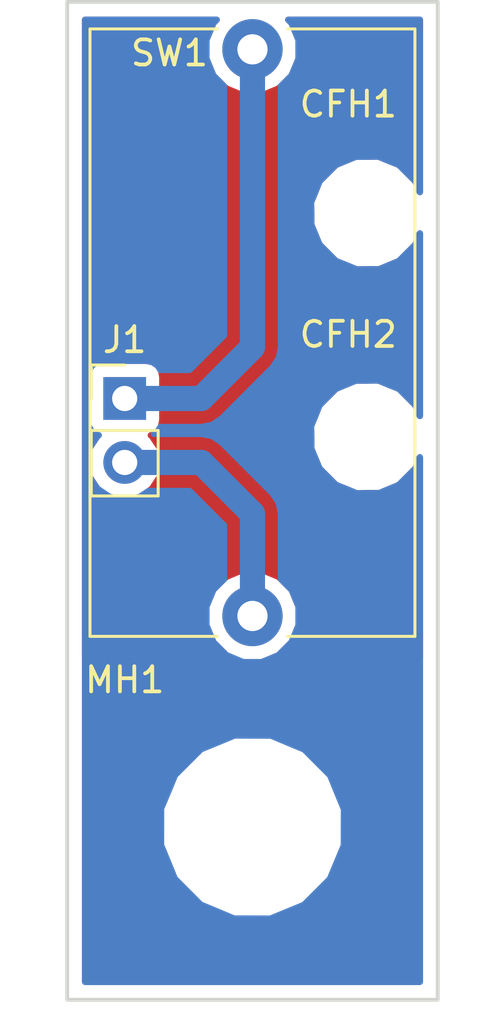
<source format=kicad_pcb>
(kicad_pcb (version 4) (host pcbnew 4.0.6)

  (general
    (links 2)
    (no_connects 0)
    (area 0 0 0 0)
    (thickness 1.6)
    (drawings 4)
    (tracks 6)
    (zones 0)
    (modules 5)
    (nets 3)
  )

  (page A4)
  (layers
    (0 F.Cu signal)
    (31 B.Cu signal)
    (32 B.Adhes user)
    (33 F.Adhes user)
    (34 B.Paste user)
    (35 F.Paste user)
    (36 B.SilkS user)
    (37 F.SilkS user)
    (38 B.Mask user)
    (39 F.Mask user)
    (40 Dwgs.User user)
    (41 Cmts.User user)
    (42 Eco1.User user)
    (43 Eco2.User user)
    (44 Edge.Cuts user)
    (45 Margin user)
    (46 B.CrtYd user)
    (47 F.CrtYd user)
    (48 B.Fab user)
    (49 F.Fab user)
  )

  (setup
    (last_trace_width 1)
    (trace_clearance 0.2)
    (zone_clearance 0.508)
    (zone_45_only no)
    (trace_min 0.2)
    (segment_width 0.2)
    (edge_width 0.15)
    (via_size 0.6)
    (via_drill 0.4)
    (via_min_size 0.4)
    (via_min_drill 0.3)
    (uvia_size 0.3)
    (uvia_drill 0.1)
    (uvias_allowed no)
    (uvia_min_size 0.2)
    (uvia_min_drill 0.1)
    (pcb_text_width 0.3)
    (pcb_text_size 1.5 1.5)
    (mod_edge_width 0.15)
    (mod_text_size 1 1)
    (mod_text_width 0.15)
    (pad_size 1.524 1.524)
    (pad_drill 0.762)
    (pad_to_mask_clearance 0.2)
    (aux_axis_origin 0 0)
    (visible_elements FFFEFF7F)
    (pcbplotparams
      (layerselection 0x00030_80000001)
      (usegerberextensions false)
      (excludeedgelayer true)
      (linewidth 0.100000)
      (plotframeref false)
      (viasonmask false)
      (mode 1)
      (useauxorigin false)
      (hpglpennumber 1)
      (hpglpenspeed 20)
      (hpglpendiameter 15)
      (hpglpenoverlay 2)
      (psnegative false)
      (psa4output false)
      (plotreference true)
      (plotvalue true)
      (plotinvisibletext false)
      (padsonsilk false)
      (subtractmaskfromsilk false)
      (outputformat 1)
      (mirror false)
      (drillshape 1)
      (scaleselection 1)
      (outputdirectory ""))
  )

  (net 0 "")
  (net 1 "Net-(J1-Pad1)")
  (net 2 "Net-(J1-Pad2)")

  (net_class Default "This is the default net class."
    (clearance 0.2)
    (trace_width 1)
    (via_dia 0.6)
    (via_drill 0.4)
    (uvia_dia 0.3)
    (uvia_drill 0.1)
    (add_net "Net-(J1-Pad1)")
    (add_net "Net-(J1-Pad2)")
  )

  (module Mounting_Holes:MountingHole_3.2mm_M3 (layer F.Cu) (tedit 59479BA4) (tstamp 594799A2)
    (at 159.258 75.946)
    (descr "Mounting Hole 3.2mm, no annular, M3")
    (tags "mounting hole 3.2mm no annular m3")
    (path /5947A96F)
    (fp_text reference CFH1 (at -0.762 -4.318) (layer F.SilkS)
      (effects (font (size 1 1) (thickness 0.15)))
    )
    (fp_text value CableFixation (at 0 4.2) (layer F.Fab)
      (effects (font (size 1 1) (thickness 0.15)))
    )
    (fp_circle (center 0 0) (end 3.2 0) (layer Cmts.User) (width 0.15))
    (fp_circle (center 0 0) (end 3.45 0) (layer F.CrtYd) (width 0.05))
    (pad 1 np_thru_hole circle (at 0 0) (size 3.2 3.2) (drill 3.2) (layers *.Cu *.Mask))
  )

  (module Mounting_Holes:MountingHole_3.2mm_M3 (layer F.Cu) (tedit 59479B9E) (tstamp 594799A7)
    (at 159.258 84.836)
    (descr "Mounting Hole 3.2mm, no annular, M3")
    (tags "mounting hole 3.2mm no annular m3")
    (path /5947A98E)
    (fp_text reference CFH2 (at -0.762 -4.064) (layer F.SilkS)
      (effects (font (size 1 1) (thickness 0.15)))
    )
    (fp_text value CableFixation (at 0 4.2) (layer F.Fab)
      (effects (font (size 1 1) (thickness 0.15)))
    )
    (fp_circle (center 0 0) (end 3.2 0) (layer Cmts.User) (width 0.15))
    (fp_circle (center 0 0) (end 3.45 0) (layer F.CrtYd) (width 0.05))
    (pad 1 np_thru_hole circle (at 0 0) (size 3.2 3.2) (drill 3.2) (layers *.Cu *.Mask))
  )

  (module Pin_Headers:Pin_Header_Straight_1x02_Pitch2.54mm (layer F.Cu) (tedit 58CD4EC1) (tstamp 594799AD)
    (at 149.606 83.312)
    (descr "Through hole straight pin header, 1x02, 2.54mm pitch, single row")
    (tags "Through hole pin header THT 1x02 2.54mm single row")
    (path /5947AAC0)
    (fp_text reference J1 (at 0 -2.33) (layer F.SilkS)
      (effects (font (size 1 1) (thickness 0.15)))
    )
    (fp_text value CONN_01X02 (at 0 4.87) (layer F.Fab)
      (effects (font (size 1 1) (thickness 0.15)))
    )
    (fp_line (start -1.27 -1.27) (end -1.27 3.81) (layer F.Fab) (width 0.1))
    (fp_line (start -1.27 3.81) (end 1.27 3.81) (layer F.Fab) (width 0.1))
    (fp_line (start 1.27 3.81) (end 1.27 -1.27) (layer F.Fab) (width 0.1))
    (fp_line (start 1.27 -1.27) (end -1.27 -1.27) (layer F.Fab) (width 0.1))
    (fp_line (start -1.33 1.27) (end -1.33 3.87) (layer F.SilkS) (width 0.12))
    (fp_line (start -1.33 3.87) (end 1.33 3.87) (layer F.SilkS) (width 0.12))
    (fp_line (start 1.33 3.87) (end 1.33 1.27) (layer F.SilkS) (width 0.12))
    (fp_line (start 1.33 1.27) (end -1.33 1.27) (layer F.SilkS) (width 0.12))
    (fp_line (start -1.33 0) (end -1.33 -1.33) (layer F.SilkS) (width 0.12))
    (fp_line (start -1.33 -1.33) (end 0 -1.33) (layer F.SilkS) (width 0.12))
    (fp_line (start -1.8 -1.8) (end -1.8 4.35) (layer F.CrtYd) (width 0.05))
    (fp_line (start -1.8 4.35) (end 1.8 4.35) (layer F.CrtYd) (width 0.05))
    (fp_line (start 1.8 4.35) (end 1.8 -1.8) (layer F.CrtYd) (width 0.05))
    (fp_line (start 1.8 -1.8) (end -1.8 -1.8) (layer F.CrtYd) (width 0.05))
    (fp_text user %R (at 0 -2.33) (layer F.Fab)
      (effects (font (size 1 1) (thickness 0.15)))
    )
    (pad 1 thru_hole rect (at 0 0) (size 1.7 1.7) (drill 1) (layers *.Cu *.Mask)
      (net 1 "Net-(J1-Pad1)"))
    (pad 2 thru_hole oval (at 0 2.54) (size 1.7 1.7) (drill 1) (layers *.Cu *.Mask)
      (net 2 "Net-(J1-Pad2)"))
    (model ${KISYS3DMOD}/Pin_Headers.3dshapes/Pin_Header_Straight_1x02_Pitch2.54mm.wrl
      (at (xyz 0 -0.05 0))
      (scale (xyz 1 1 1))
      (rotate (xyz 0 0 90))
    )
  )

  (module Mounting_Holes:MountingHole_6mm (layer F.Cu) (tedit 59479AA7) (tstamp 594799B2)
    (at 154.686 100.33)
    (descr "Mounting Hole 6mm, no annular")
    (tags "mounting hole 6mm no annular")
    (path /5947A938)
    (fp_text reference MH1 (at -5.08 -5.842) (layer F.SilkS)
      (effects (font (size 1 1) (thickness 0.15)))
    )
    (fp_text value "Mounting Hole" (at 0 7) (layer F.Fab)
      (effects (font (size 1 1) (thickness 0.15)))
    )
    (fp_circle (center 0 0) (end 6 0) (layer Cmts.User) (width 0.15))
    (fp_circle (center 0 0) (end 6.25 0) (layer F.CrtYd) (width 0.05))
    (pad 1 np_thru_hole circle (at 0 0) (size 6 6) (drill 6) (layers *.Cu *.Mask))
  )

  (module Capacitors_ThroughHole:C_Rect_L24.0mm_W12.8mm_P22.50mm_MKT (layer F.Cu) (tedit 59479AAE) (tstamp 594799B8)
    (at 154.686 91.948 90)
    (descr "C, Rect series, Radial, pin pitch=22.50mm, , length*width=24*12.8mm^2, Capacitor, https://en.tdk.eu/inf/20/20/db/fc_2009/MKT_B32560_564.pdf")
    (tags "C Rect series Radial pin pitch 22.50mm  length 24mm width 12.8mm Capacitor")
    (path /5947ADB5)
    (fp_text reference SW1 (at 22.352 -3.302 180) (layer F.SilkS)
      (effects (font (size 1 1) (thickness 0.15)))
    )
    (fp_text value "Reed Contact" (at 11.25 7.46 90) (layer F.Fab)
      (effects (font (size 1 1) (thickness 0.15)))
    )
    (fp_text user %R (at 11.25 0 90) (layer F.Fab)
      (effects (font (size 1 1) (thickness 0.15)))
    )
    (fp_line (start -0.75 -6.4) (end -0.75 6.4) (layer F.Fab) (width 0.1))
    (fp_line (start -0.75 6.4) (end 23.25 6.4) (layer F.Fab) (width 0.1))
    (fp_line (start 23.25 6.4) (end 23.25 -6.4) (layer F.Fab) (width 0.1))
    (fp_line (start 23.25 -6.4) (end -0.75 -6.4) (layer F.Fab) (width 0.1))
    (fp_line (start -0.81 -6.46) (end 23.31 -6.46) (layer F.SilkS) (width 0.12))
    (fp_line (start -0.81 6.46) (end 23.31 6.46) (layer F.SilkS) (width 0.12))
    (fp_line (start -0.81 -6.46) (end -0.81 -1.395) (layer F.SilkS) (width 0.12))
    (fp_line (start -0.81 1.395) (end -0.81 6.46) (layer F.SilkS) (width 0.12))
    (fp_line (start 23.31 -6.46) (end 23.31 -1.395) (layer F.SilkS) (width 0.12))
    (fp_line (start 23.31 1.395) (end 23.31 6.46) (layer F.SilkS) (width 0.12))
    (fp_line (start -1.45 -6.75) (end -1.45 6.75) (layer F.CrtYd) (width 0.05))
    (fp_line (start -1.45 6.75) (end 23.95 6.75) (layer F.CrtYd) (width 0.05))
    (fp_line (start 23.95 6.75) (end 23.95 -6.75) (layer F.CrtYd) (width 0.05))
    (fp_line (start 23.95 -6.75) (end -1.45 -6.75) (layer F.CrtYd) (width 0.05))
    (pad 1 thru_hole circle (at 0 0 90) (size 2.4 2.4) (drill 1.2) (layers *.Cu *.Mask)
      (net 2 "Net-(J1-Pad2)"))
    (pad 2 thru_hole circle (at 22.5 0 90) (size 2.4 2.4) (drill 1.2) (layers *.Cu *.Mask)
      (net 1 "Net-(J1-Pad1)"))
    (model ${KISYS3DMOD}/Capacitors_THT.3dshapes/C_Rect_L24.0mm_W12.8mm_P22.50mm_MKT.wrl
      (at (xyz 0 0 0))
      (scale (xyz 1 1 1))
      (rotate (xyz 0 0 0))
    )
  )

  (gr_line (start 162.052 107.188) (end 162.052 67.564) (angle 90) (layer Edge.Cuts) (width 0.15))
  (gr_line (start 147.32 107.188) (end 162.052 107.188) (angle 90) (layer Edge.Cuts) (width 0.15))
  (gr_line (start 147.32 67.564) (end 147.32 107.188) (angle 90) (layer Edge.Cuts) (width 0.15))
  (gr_line (start 162.052 67.564) (end 147.32 67.564) (angle 90) (layer Edge.Cuts) (width 0.15))

  (segment (start 154.686 69.448) (end 154.686 81.28) (width 1) (layer B.Cu) (net 1))
  (segment (start 152.654 83.312) (end 149.606 83.312) (width 1) (layer B.Cu) (net 1) (tstamp 59479BD6))
  (segment (start 154.686 81.28) (end 152.654 83.312) (width 1) (layer B.Cu) (net 1) (tstamp 59479BD0))
  (segment (start 149.606 85.852) (end 152.654 85.852) (width 1) (layer B.Cu) (net 2))
  (segment (start 154.686 87.884) (end 154.686 91.948) (width 1) (layer B.Cu) (net 2) (tstamp 59479BE4))
  (segment (start 152.654 85.852) (end 154.686 87.884) (width 1) (layer B.Cu) (net 2) (tstamp 59479BD9))

  (zone (net 0) (net_name "") (layer B.Cu) (tstamp 59479D45) (hatch edge 0.508)
    (connect_pads (clearance 0.508))
    (min_thickness 0.254)
    (fill yes (arc_segments 16) (thermal_gap 0.508) (thermal_bridge_width 0.508))
    (polygon
      (pts
        (xy 147.828 68.072) (xy 161.544 68.072) (xy 161.544 106.68) (xy 147.828 106.68) (xy 147.828 68.834)
      )
    )
    (filled_polygon
      (pts
        (xy 153.13127 68.407199) (xy 152.851319 69.081395) (xy 152.850682 69.811403) (xy 153.129455 70.486086) (xy 153.551 70.908367)
        (xy 153.551 80.809868) (xy 152.183868 82.177) (xy 151.027192 82.177) (xy 150.92009 82.010559) (xy 150.70789 81.865569)
        (xy 150.456 81.81456) (xy 148.756 81.81456) (xy 148.520683 81.858838) (xy 148.304559 81.99791) (xy 148.159569 82.21011)
        (xy 148.10856 82.462) (xy 148.10856 84.162) (xy 148.152838 84.397317) (xy 148.29191 84.613441) (xy 148.50411 84.758431)
        (xy 148.571541 84.772086) (xy 148.526853 84.801946) (xy 148.204946 85.283715) (xy 148.091907 85.852) (xy 148.204946 86.420285)
        (xy 148.526853 86.902054) (xy 149.008622 87.223961) (xy 149.576907 87.337) (xy 149.635093 87.337) (xy 150.203378 87.223961)
        (xy 150.558016 86.987) (xy 152.183868 86.987) (xy 153.551 88.354132) (xy 153.551 90.4882) (xy 153.13127 90.907199)
        (xy 152.851319 91.581395) (xy 152.850682 92.311403) (xy 153.129455 92.986086) (xy 153.645199 93.50273) (xy 154.319395 93.782681)
        (xy 155.049403 93.783318) (xy 155.724086 93.504545) (xy 156.24073 92.988801) (xy 156.520681 92.314605) (xy 156.521318 91.584597)
        (xy 156.242545 90.909914) (xy 155.821 90.487633) (xy 155.821 87.884) (xy 155.734603 87.449654) (xy 155.488566 87.081434)
        (xy 153.456566 85.049434) (xy 153.405937 85.015605) (xy 153.088346 84.803397) (xy 152.654 84.717) (xy 150.766163 84.717)
        (xy 150.907441 84.62609) (xy 151.029808 84.447) (xy 152.654 84.447) (xy 153.088346 84.360603) (xy 153.456566 84.114566)
        (xy 155.488566 82.082566) (xy 155.734603 81.714346) (xy 155.821 81.28) (xy 155.821 70.9078) (xy 156.24073 70.488801)
        (xy 156.520681 69.814605) (xy 156.521318 69.084597) (xy 156.242545 68.409914) (xy 156.106868 68.274) (xy 161.342 68.274)
        (xy 161.342 75.118523) (xy 161.17336 74.71139) (xy 161.164155 74.70658) (xy 161.153845 74.681628) (xy 160.525679 74.052364)
        (xy 160.497943 74.040847) (xy 160.49261 74.03064) (xy 160.097203 73.874446) (xy 159.704519 73.711389) (xy 159.684381 73.711371)
        (xy 159.665654 73.703974) (xy 159.240575 73.710984) (xy 158.815381 73.710613) (xy 158.79677 73.718303) (xy 158.776637 73.718635)
        (xy 158.02339 74.03064) (xy 158.01858 74.039845) (xy 157.993628 74.050155) (xy 157.364364 74.678321) (xy 157.352847 74.706057)
        (xy 157.34264 74.71139) (xy 157.186446 75.106797) (xy 157.023389 75.499481) (xy 157.023371 75.519619) (xy 157.015974 75.538346)
        (xy 157.022984 75.963425) (xy 157.022613 76.388619) (xy 157.030303 76.40723) (xy 157.030635 76.427363) (xy 157.34264 77.18061)
        (xy 157.351845 77.18542) (xy 157.362155 77.210372) (xy 157.990321 77.839636) (xy 158.018057 77.851153) (xy 158.02339 77.86136)
        (xy 158.418797 78.017554) (xy 158.811481 78.180611) (xy 158.831619 78.180629) (xy 158.850346 78.188026) (xy 159.275425 78.181016)
        (xy 159.700619 78.181387) (xy 159.71923 78.173697) (xy 159.739363 78.173365) (xy 160.49261 77.86136) (xy 160.49742 77.852155)
        (xy 160.522372 77.841845) (xy 161.151636 77.213679) (xy 161.163153 77.185943) (xy 161.17336 77.18061) (xy 161.329554 76.785203)
        (xy 161.342 76.755231) (xy 161.342 84.008523) (xy 161.17336 83.60139) (xy 161.164155 83.59658) (xy 161.153845 83.571628)
        (xy 160.525679 82.942364) (xy 160.497943 82.930847) (xy 160.49261 82.92064) (xy 160.097203 82.764446) (xy 159.704519 82.601389)
        (xy 159.684381 82.601371) (xy 159.665654 82.593974) (xy 159.240575 82.600984) (xy 158.815381 82.600613) (xy 158.79677 82.608303)
        (xy 158.776637 82.608635) (xy 158.02339 82.92064) (xy 158.01858 82.929845) (xy 157.993628 82.940155) (xy 157.364364 83.568321)
        (xy 157.352847 83.596057) (xy 157.34264 83.60139) (xy 157.186446 83.996797) (xy 157.023389 84.389481) (xy 157.023371 84.409619)
        (xy 157.015974 84.428346) (xy 157.022984 84.853425) (xy 157.022613 85.278619) (xy 157.030303 85.29723) (xy 157.030635 85.317363)
        (xy 157.34264 86.07061) (xy 157.351845 86.07542) (xy 157.362155 86.100372) (xy 157.990321 86.729636) (xy 158.018057 86.741153)
        (xy 158.02339 86.75136) (xy 158.418797 86.907554) (xy 158.811481 87.070611) (xy 158.831619 87.070629) (xy 158.850346 87.078026)
        (xy 159.275425 87.071016) (xy 159.700619 87.071387) (xy 159.71923 87.063697) (xy 159.739363 87.063365) (xy 160.49261 86.75136)
        (xy 160.49742 86.742155) (xy 160.522372 86.731845) (xy 161.151636 86.103679) (xy 161.163153 86.075943) (xy 161.17336 86.07061)
        (xy 161.329554 85.675203) (xy 161.342 85.645231) (xy 161.342 106.478) (xy 148.03 106.478) (xy 148.03 101.034875)
        (xy 151.047432 101.034875) (xy 151.050377 101.042086) (xy 151.05037 101.049874) (xy 151.323612 101.71117) (xy 151.594146 102.373639)
        (xy 151.602512 102.38616) (xy 151.6026 102.386372) (xy 151.602764 102.386536) (xy 151.614723 102.404434) (xy 151.635861 102.419691)
        (xy 152.600683 103.386198) (xy 152.611566 103.401277) (xy 152.618746 103.404293) (xy 152.624249 103.409806) (xy 153.285149 103.684236)
        (xy 153.9448 103.961342) (xy 153.952588 103.961381) (xy 153.959782 103.964368) (xy 154.675334 103.964992) (xy 155.390875 103.968568)
        (xy 155.398086 103.965623) (xy 155.405874 103.96563) (xy 156.06717 103.692388) (xy 156.729639 103.421854) (xy 156.74216 103.413488)
        (xy 156.742372 103.4134) (xy 156.742536 103.413236) (xy 156.760434 103.401277) (xy 156.775691 103.380139) (xy 157.742198 102.415317)
        (xy 157.757277 102.404434) (xy 157.760293 102.397254) (xy 157.765806 102.391751) (xy 158.040236 101.730851) (xy 158.317342 101.0712)
        (xy 158.317381 101.063412) (xy 158.320368 101.056218) (xy 158.320992 100.340666) (xy 158.324568 99.625125) (xy 158.321623 99.617914)
        (xy 158.32163 99.610126) (xy 158.048388 98.94883) (xy 157.777854 98.286361) (xy 157.769488 98.27384) (xy 157.7694 98.273628)
        (xy 157.769236 98.273464) (xy 157.757277 98.255566) (xy 157.736139 98.240309) (xy 156.771317 97.273802) (xy 156.760434 97.258723)
        (xy 156.753254 97.255707) (xy 156.747751 97.250194) (xy 156.086851 96.975764) (xy 155.4272 96.698658) (xy 155.419412 96.698619)
        (xy 155.412218 96.695632) (xy 154.696666 96.695008) (xy 153.981125 96.691432) (xy 153.973914 96.694377) (xy 153.966126 96.69437)
        (xy 153.30483 96.967612) (xy 152.642361 97.238146) (xy 152.62984 97.246512) (xy 152.629628 97.2466) (xy 152.629464 97.246764)
        (xy 152.611566 97.258723) (xy 152.596309 97.279861) (xy 151.629802 98.244683) (xy 151.614723 98.255566) (xy 151.611707 98.262746)
        (xy 151.606194 98.268249) (xy 151.331764 98.929149) (xy 151.054658 99.5888) (xy 151.054619 99.596588) (xy 151.051632 99.603782)
        (xy 151.051008 100.319334) (xy 151.047432 101.034875) (xy 148.03 101.034875) (xy 148.03 68.274) (xy 153.264701 68.274)
      )
    )
  )
  (zone (net 0) (net_name "") (layer F.Cu) (tstamp 59479D90) (hatch edge 0.508)
    (connect_pads (clearance 0.508))
    (min_thickness 0.254)
    (fill yes (arc_segments 16) (thermal_gap 0.508) (thermal_bridge_width 0.508))
    (polygon
      (pts
        (xy 161.544 93.726) (xy 147.828 93.726) (xy 147.828 68.072) (xy 161.544 68.072)
      )
    )
    (filled_polygon
      (pts
        (xy 153.13127 68.407199) (xy 152.851319 69.081395) (xy 152.850682 69.811403) (xy 153.129455 70.486086) (xy 153.645199 71.00273)
        (xy 154.319395 71.282681) (xy 155.049403 71.283318) (xy 155.724086 71.004545) (xy 156.24073 70.488801) (xy 156.520681 69.814605)
        (xy 156.521318 69.084597) (xy 156.242545 68.409914) (xy 156.106868 68.274) (xy 161.342 68.274) (xy 161.342 75.118523)
        (xy 161.17336 74.71139) (xy 161.164155 74.70658) (xy 161.153845 74.681628) (xy 160.525679 74.052364) (xy 160.497943 74.040847)
        (xy 160.49261 74.03064) (xy 160.097203 73.874446) (xy 159.704519 73.711389) (xy 159.684381 73.711371) (xy 159.665654 73.703974)
        (xy 159.240575 73.710984) (xy 158.815381 73.710613) (xy 158.79677 73.718303) (xy 158.776637 73.718635) (xy 158.02339 74.03064)
        (xy 158.01858 74.039845) (xy 157.993628 74.050155) (xy 157.364364 74.678321) (xy 157.352847 74.706057) (xy 157.34264 74.71139)
        (xy 157.186446 75.106797) (xy 157.023389 75.499481) (xy 157.023371 75.519619) (xy 157.015974 75.538346) (xy 157.022984 75.963425)
        (xy 157.022613 76.388619) (xy 157.030303 76.40723) (xy 157.030635 76.427363) (xy 157.34264 77.18061) (xy 157.351845 77.18542)
        (xy 157.362155 77.210372) (xy 157.990321 77.839636) (xy 158.018057 77.851153) (xy 158.02339 77.86136) (xy 158.418797 78.017554)
        (xy 158.811481 78.180611) (xy 158.831619 78.180629) (xy 158.850346 78.188026) (xy 159.275425 78.181016) (xy 159.700619 78.181387)
        (xy 159.71923 78.173697) (xy 159.739363 78.173365) (xy 160.49261 77.86136) (xy 160.49742 77.852155) (xy 160.522372 77.841845)
        (xy 161.151636 77.213679) (xy 161.163153 77.185943) (xy 161.17336 77.18061) (xy 161.329554 76.785203) (xy 161.342 76.755231)
        (xy 161.342 84.008523) (xy 161.17336 83.60139) (xy 161.164155 83.59658) (xy 161.153845 83.571628) (xy 160.525679 82.942364)
        (xy 160.497943 82.930847) (xy 160.49261 82.92064) (xy 160.097203 82.764446) (xy 159.704519 82.601389) (xy 159.684381 82.601371)
        (xy 159.665654 82.593974) (xy 159.240575 82.600984) (xy 158.815381 82.600613) (xy 158.79677 82.608303) (xy 158.776637 82.608635)
        (xy 158.02339 82.92064) (xy 158.01858 82.929845) (xy 157.993628 82.940155) (xy 157.364364 83.568321) (xy 157.352847 83.596057)
        (xy 157.34264 83.60139) (xy 157.186446 83.996797) (xy 157.023389 84.389481) (xy 157.023371 84.409619) (xy 157.015974 84.428346)
        (xy 157.022984 84.853425) (xy 157.022613 85.278619) (xy 157.030303 85.29723) (xy 157.030635 85.317363) (xy 157.34264 86.07061)
        (xy 157.351845 86.07542) (xy 157.362155 86.100372) (xy 157.990321 86.729636) (xy 158.018057 86.741153) (xy 158.02339 86.75136)
        (xy 158.418797 86.907554) (xy 158.811481 87.070611) (xy 158.831619 87.070629) (xy 158.850346 87.078026) (xy 159.275425 87.071016)
        (xy 159.700619 87.071387) (xy 159.71923 87.063697) (xy 159.739363 87.063365) (xy 160.49261 86.75136) (xy 160.49742 86.742155)
        (xy 160.522372 86.731845) (xy 161.151636 86.103679) (xy 161.163153 86.075943) (xy 161.17336 86.07061) (xy 161.329554 85.675203)
        (xy 161.342 85.645231) (xy 161.342 93.599) (xy 155.495487 93.599) (xy 155.724086 93.504545) (xy 156.24073 92.988801)
        (xy 156.520681 92.314605) (xy 156.521318 91.584597) (xy 156.242545 90.909914) (xy 155.726801 90.39327) (xy 155.052605 90.113319)
        (xy 154.322597 90.112682) (xy 153.647914 90.391455) (xy 153.13127 90.907199) (xy 152.851319 91.581395) (xy 152.850682 92.311403)
        (xy 153.129455 92.986086) (xy 153.645199 93.50273) (xy 153.877043 93.599) (xy 148.03 93.599) (xy 148.03 85.852)
        (xy 148.091907 85.852) (xy 148.204946 86.420285) (xy 148.526853 86.902054) (xy 149.008622 87.223961) (xy 149.576907 87.337)
        (xy 149.635093 87.337) (xy 150.203378 87.223961) (xy 150.685147 86.902054) (xy 151.007054 86.420285) (xy 151.120093 85.852)
        (xy 151.007054 85.283715) (xy 150.685147 84.801946) (xy 150.643548 84.77415) (xy 150.691317 84.765162) (xy 150.907441 84.62609)
        (xy 151.052431 84.41389) (xy 151.10344 84.162) (xy 151.10344 82.462) (xy 151.059162 82.226683) (xy 150.92009 82.010559)
        (xy 150.70789 81.865569) (xy 150.456 81.81456) (xy 148.756 81.81456) (xy 148.520683 81.858838) (xy 148.304559 81.99791)
        (xy 148.159569 82.21011) (xy 148.10856 82.462) (xy 148.10856 84.162) (xy 148.152838 84.397317) (xy 148.29191 84.613441)
        (xy 148.50411 84.758431) (xy 148.571541 84.772086) (xy 148.526853 84.801946) (xy 148.204946 85.283715) (xy 148.091907 85.852)
        (xy 148.03 85.852) (xy 148.03 68.274) (xy 153.264701 68.274)
      )
    )
  )
)

</source>
